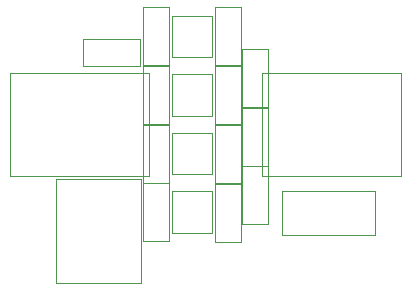
<source format=gbr>
%TF.GenerationSoftware,KiCad,Pcbnew,(5.1.6)-1*%
%TF.CreationDate,2020-06-05T20:50:24+02:00*%
%TF.ProjectId,TinyISPLevelShifter,54696e79-4953-4504-9c65-76656c536869,rev?*%
%TF.SameCoordinates,Original*%
%TF.FileFunction,Other,User*%
%FSLAX46Y46*%
G04 Gerber Fmt 4.6, Leading zero omitted, Abs format (unit mm)*
G04 Created by KiCad (PCBNEW (5.1.6)-1) date 2020-06-05 20:50:24*
%MOMM*%
%LPD*%
G01*
G04 APERTURE LIST*
%ADD10C,0.050000*%
G04 APERTURE END LIST*
D10*
%TO.C,J2*%
X139138000Y-85058000D02*
X127338000Y-85058000D01*
X139138000Y-93758000D02*
X139138000Y-85058000D01*
X127338000Y-93758000D02*
X139138000Y-93758000D01*
X127338000Y-85058000D02*
X127338000Y-93758000D01*
%TO.C,J1*%
X160444000Y-85058000D02*
X148644000Y-85058000D01*
X160444000Y-93758000D02*
X160444000Y-85058000D01*
X148644000Y-93758000D02*
X160444000Y-93758000D01*
X148644000Y-85058000D02*
X148644000Y-93758000D01*
%TO.C,R11*%
X146962000Y-97863500D02*
X146962000Y-92963500D01*
X149202000Y-97863500D02*
X146962000Y-97863500D01*
X149202000Y-92963500D02*
X149202000Y-97863500D01*
X146962000Y-92963500D02*
X149202000Y-92963500D01*
%TO.C,R10*%
X146962000Y-92910500D02*
X146962000Y-88010500D01*
X149202000Y-92910500D02*
X146962000Y-92910500D01*
X149202000Y-88010500D02*
X149202000Y-92910500D01*
X146962000Y-88010500D02*
X149202000Y-88010500D01*
%TO.C,R9*%
X146962000Y-87957500D02*
X146962000Y-83057500D01*
X149202000Y-87957500D02*
X146962000Y-87957500D01*
X149202000Y-83057500D02*
X149202000Y-87957500D01*
X146962000Y-83057500D02*
X149202000Y-83057500D01*
%TO.C,C2*%
X150375000Y-98751000D02*
X150375000Y-95051000D01*
X150375000Y-95051000D02*
X158215000Y-95051000D01*
X158215000Y-95051000D02*
X158215000Y-98751000D01*
X158215000Y-98751000D02*
X150375000Y-98751000D01*
%TO.C,U1*%
X131260000Y-102825000D02*
X138460000Y-102825000D01*
X138460000Y-102825000D02*
X138460000Y-94025000D01*
X138460000Y-94025000D02*
X131260000Y-94025000D01*
X131260000Y-94025000D02*
X131260000Y-102825000D01*
%TO.C,R8*%
X138580000Y-99314500D02*
X138580000Y-94414500D01*
X140820000Y-99314500D02*
X138580000Y-99314500D01*
X140820000Y-94414500D02*
X140820000Y-99314500D01*
X138580000Y-94414500D02*
X140820000Y-94414500D01*
%TO.C,R7*%
X140820000Y-89461500D02*
X140820000Y-94361500D01*
X138580000Y-89461500D02*
X140820000Y-89461500D01*
X138580000Y-94361500D02*
X138580000Y-89461500D01*
X140820000Y-94361500D02*
X138580000Y-94361500D01*
%TO.C,R6*%
X138580000Y-89354500D02*
X138580000Y-84454500D01*
X140820000Y-89354500D02*
X138580000Y-89354500D01*
X140820000Y-84454500D02*
X140820000Y-89354500D01*
X138580000Y-84454500D02*
X140820000Y-84454500D01*
%TO.C,R5*%
X140820000Y-79501500D02*
X140820000Y-84401500D01*
X138580000Y-79501500D02*
X140820000Y-79501500D01*
X138580000Y-84401500D02*
X138580000Y-79501500D01*
X140820000Y-84401500D02*
X138580000Y-84401500D01*
%TO.C,R4*%
X146916000Y-94451000D02*
X146916000Y-99351000D01*
X144676000Y-94451000D02*
X146916000Y-94451000D01*
X144676000Y-99351000D02*
X144676000Y-94451000D01*
X146916000Y-99351000D02*
X144676000Y-99351000D01*
%TO.C,R3*%
X146916000Y-89461500D02*
X146916000Y-94361500D01*
X144676000Y-89461500D02*
X146916000Y-89461500D01*
X144676000Y-94361500D02*
X144676000Y-89461500D01*
X146916000Y-94361500D02*
X144676000Y-94361500D01*
%TO.C,R2*%
X146916000Y-84454500D02*
X146916000Y-89354500D01*
X144676000Y-84454500D02*
X146916000Y-84454500D01*
X144676000Y-89354500D02*
X144676000Y-84454500D01*
X146916000Y-89354500D02*
X144676000Y-89354500D01*
%TO.C,R1*%
X146916000Y-79501500D02*
X146916000Y-84401500D01*
X144676000Y-79501500D02*
X146916000Y-79501500D01*
X144676000Y-84401500D02*
X144676000Y-79501500D01*
X146916000Y-84401500D02*
X144676000Y-84401500D01*
%TO.C,Q4*%
X144448000Y-95087500D02*
X144448000Y-98587500D01*
X141048000Y-95087500D02*
X144448000Y-95087500D01*
X141048000Y-98587500D02*
X141048000Y-95087500D01*
X144448000Y-98587500D02*
X141048000Y-98587500D01*
%TO.C,Q3*%
X144464000Y-90132000D02*
X144464000Y-93632000D01*
X141064000Y-90132000D02*
X144464000Y-90132000D01*
X141064000Y-93632000D02*
X141064000Y-90132000D01*
X144464000Y-93632000D02*
X141064000Y-93632000D01*
%TO.C,Q2*%
X144464000Y-85184000D02*
X144464000Y-88684000D01*
X141064000Y-85184000D02*
X144464000Y-85184000D01*
X141064000Y-88684000D02*
X141064000Y-85184000D01*
X144464000Y-88684000D02*
X141064000Y-88684000D01*
%TO.C,Q1*%
X144448000Y-80231000D02*
X144448000Y-83731000D01*
X141048000Y-80231000D02*
X144448000Y-80231000D01*
X141048000Y-83731000D02*
X141048000Y-80231000D01*
X144448000Y-83731000D02*
X141048000Y-83731000D01*
%TO.C,C1*%
X133476500Y-82192000D02*
X138376500Y-82192000D01*
X133476500Y-84432000D02*
X133476500Y-82192000D01*
X138376500Y-84432000D02*
X133476500Y-84432000D01*
X138376500Y-82192000D02*
X138376500Y-84432000D01*
%TD*%
M02*

</source>
